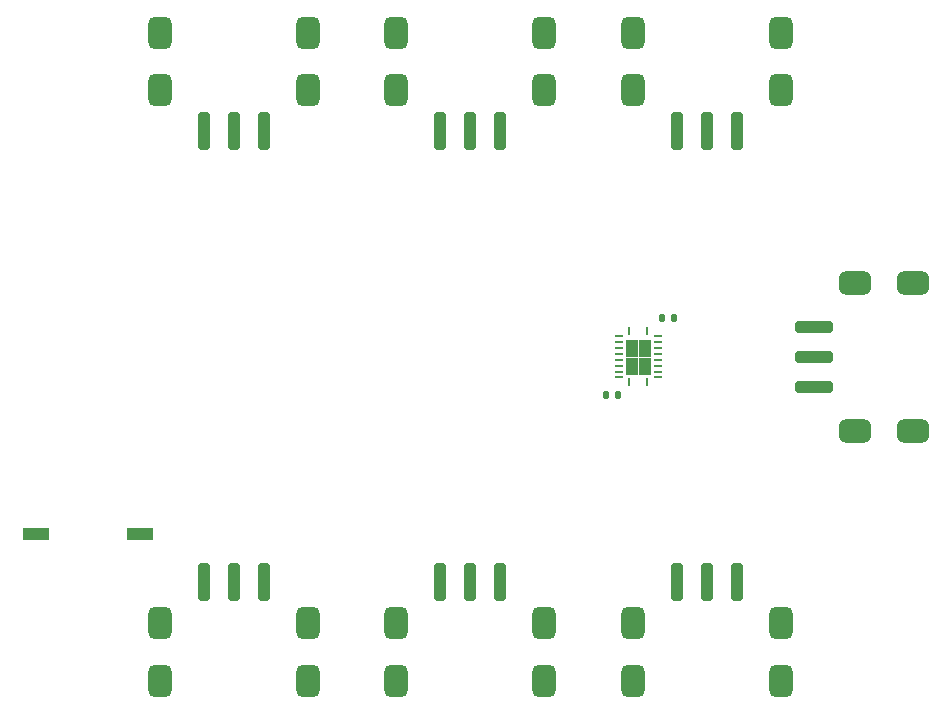
<source format=gtp>
G04 #@! TF.GenerationSoftware,KiCad,Pcbnew,7.0.11*
G04 #@! TF.CreationDate,2025-02-19T11:42:19-05:00*
G04 #@! TF.ProjectId,thruster-pcb,74687275-7374-4657-922d-7063622e6b69,1.0*
G04 #@! TF.SameCoordinates,Original*
G04 #@! TF.FileFunction,Paste,Top*
G04 #@! TF.FilePolarity,Positive*
%FSLAX46Y46*%
G04 Gerber Fmt 4.6, Leading zero omitted, Abs format (unit mm)*
G04 Created by KiCad (PCBNEW 7.0.11) date 2025-02-19 11:42:19*
%MOMM*%
%LPD*%
G01*
G04 APERTURE LIST*
G04 Aperture macros list*
%AMRoundRect*
0 Rectangle with rounded corners*
0 $1 Rounding radius*
0 $2 $3 $4 $5 $6 $7 $8 $9 X,Y pos of 4 corners*
0 Add a 4 corners polygon primitive as box body*
4,1,4,$2,$3,$4,$5,$6,$7,$8,$9,$2,$3,0*
0 Add four circle primitives for the rounded corners*
1,1,$1+$1,$2,$3*
1,1,$1+$1,$4,$5*
1,1,$1+$1,$6,$7*
1,1,$1+$1,$8,$9*
0 Add four rect primitives between the rounded corners*
20,1,$1+$1,$2,$3,$4,$5,0*
20,1,$1+$1,$4,$5,$6,$7,0*
20,1,$1+$1,$6,$7,$8,$9,0*
20,1,$1+$1,$8,$9,$2,$3,0*%
G04 Aperture macros list end*
%ADD10C,0.010000*%
%ADD11RoundRect,0.048000X-0.072000X-0.252000X0.072000X-0.252000X0.072000X0.252000X-0.072000X0.252000X0*%
%ADD12RoundRect,0.048000X-0.252000X-0.072000X0.252000X-0.072000X0.252000X0.072000X-0.252000X0.072000X0*%
%ADD13RoundRect,0.487500X0.487500X0.862500X-0.487500X0.862500X-0.487500X-0.862500X0.487500X-0.862500X0*%
%ADD14RoundRect,0.255000X0.255000X1.345000X-0.255000X1.345000X-0.255000X-1.345000X0.255000X-1.345000X0*%
%ADD15RoundRect,0.140000X-0.140000X-0.170000X0.140000X-0.170000X0.140000X0.170000X-0.140000X0.170000X0*%
%ADD16RoundRect,0.487500X-0.487500X-0.862500X0.487500X-0.862500X0.487500X0.862500X-0.487500X0.862500X0*%
%ADD17RoundRect,0.255000X-0.255000X-1.345000X0.255000X-1.345000X0.255000X1.345000X-0.255000X1.345000X0*%
%ADD18RoundRect,0.140000X0.140000X0.170000X-0.140000X0.170000X-0.140000X-0.170000X0.140000X-0.170000X0*%
%ADD19RoundRect,0.487500X-0.862500X0.487500X-0.862500X-0.487500X0.862500X-0.487500X0.862500X0.487500X0*%
%ADD20RoundRect,0.255000X-1.345000X0.255000X-1.345000X-0.255000X1.345000X-0.255000X1.345000X0.255000X0*%
%ADD21R,2.200000X1.000000*%
G04 APERTURE END LIST*
D10*
X172260000Y-101245000D02*
X171340000Y-101245000D01*
X171340000Y-99915000D01*
X172260000Y-99915000D01*
X172260000Y-101245000D01*
G36*
X172260000Y-101245000D02*
G01*
X171340000Y-101245000D01*
X171340000Y-99915000D01*
X172260000Y-99915000D01*
X172260000Y-101245000D01*
G37*
X172260000Y-102785000D02*
X171340000Y-102785000D01*
X171340000Y-101455000D01*
X172260000Y-101455000D01*
X172260000Y-102785000D01*
G36*
X172260000Y-102785000D02*
G01*
X171340000Y-102785000D01*
X171340000Y-101455000D01*
X172260000Y-101455000D01*
X172260000Y-102785000D01*
G37*
X173380000Y-101245000D02*
X172460000Y-101245000D01*
X172460000Y-99915000D01*
X173380000Y-99915000D01*
X173380000Y-101245000D01*
G36*
X173380000Y-101245000D02*
G01*
X172460000Y-101245000D01*
X172460000Y-99915000D01*
X173380000Y-99915000D01*
X173380000Y-101245000D01*
G37*
X173380000Y-102785000D02*
X172460000Y-102785000D01*
X172460000Y-101455000D01*
X173380000Y-101455000D01*
X173380000Y-102785000D01*
G36*
X173380000Y-102785000D02*
G01*
X172460000Y-102785000D01*
X172460000Y-101455000D01*
X173380000Y-101455000D01*
X173380000Y-102785000D01*
G37*
D11*
X171610000Y-99200000D03*
D12*
X170710000Y-99600000D03*
X170710000Y-100100000D03*
X170710000Y-100600000D03*
X170710000Y-101100000D03*
X170710000Y-101600000D03*
X170710000Y-102100000D03*
X170710000Y-102600000D03*
X170710000Y-103100000D03*
D11*
X171610000Y-103500000D03*
X173110000Y-103500000D03*
D12*
X174010000Y-103100000D03*
X174010000Y-102600000D03*
X174010000Y-102100000D03*
X174010000Y-101600000D03*
X174010000Y-101100000D03*
X174010000Y-100600000D03*
X174010000Y-100100000D03*
X174010000Y-99600000D03*
D11*
X173110000Y-99200000D03*
D13*
X184415000Y-128800000D03*
X184415000Y-123900000D03*
X171885000Y-128800000D03*
X171885000Y-123900000D03*
D14*
X175610000Y-120450000D03*
X178150000Y-120450000D03*
X180690000Y-120450000D03*
D15*
X174420000Y-98100000D03*
X175380000Y-98100000D03*
D16*
X131885000Y-73900000D03*
X131885000Y-78800000D03*
X144415000Y-73900000D03*
X144415000Y-78800000D03*
D17*
X140690000Y-82250000D03*
X138150000Y-82250000D03*
X135610000Y-82250000D03*
D16*
X171885000Y-73900000D03*
X171885000Y-78800000D03*
X184415000Y-73900000D03*
X184415000Y-78800000D03*
D17*
X180690000Y-82250000D03*
X178150000Y-82250000D03*
X175610000Y-82250000D03*
D13*
X144415000Y-128800000D03*
X144415000Y-123900000D03*
X131885000Y-128800000D03*
X131885000Y-123900000D03*
D14*
X135610000Y-120450000D03*
X138150000Y-120450000D03*
X140690000Y-120450000D03*
D18*
X170630000Y-104600000D03*
X169670000Y-104600000D03*
D13*
X164415000Y-128800000D03*
X164415000Y-123900000D03*
X151885000Y-128800000D03*
X151885000Y-123900000D03*
D14*
X155610000Y-120450000D03*
X158150000Y-120450000D03*
X160690000Y-120450000D03*
D19*
X195600000Y-95085000D03*
X190700000Y-95085000D03*
X195600000Y-107615000D03*
X190700000Y-107615000D03*
D20*
X187250000Y-103890000D03*
X187250000Y-101350000D03*
X187250000Y-98810000D03*
D16*
X151885000Y-73900000D03*
X151885000Y-78800000D03*
X164415000Y-73900000D03*
X164415000Y-78800000D03*
D17*
X160690000Y-82250000D03*
X158150000Y-82250000D03*
X155610000Y-82250000D03*
D21*
X121350000Y-116350000D03*
X130150000Y-116350000D03*
M02*

</source>
